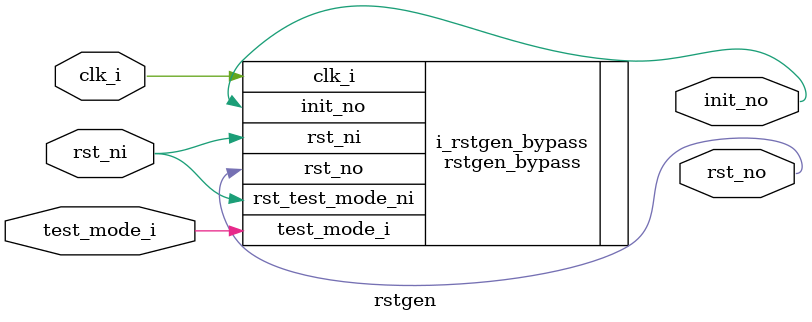
<source format=sv>


module rstgen (
  input  logic clk_i,
  input  logic rst_ni,
  input  logic test_mode_i,
  output logic rst_no,
  output logic init_no
);

  rstgen_bypass i_rstgen_bypass (
    .clk_i           (clk_i),
    .rst_ni          (rst_ni),
    .rst_test_mode_ni(rst_ni),
    .test_mode_i     (test_mode_i),
    .rst_no          (rst_no),
    .init_no         (init_no)
  );

endmodule

</source>
